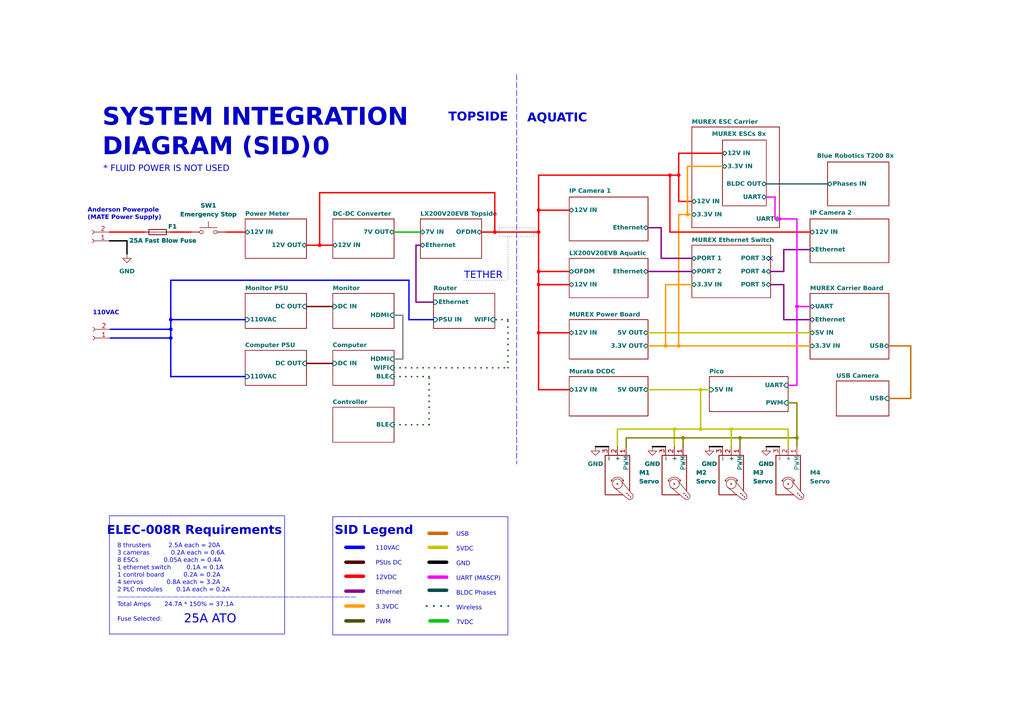
<source format=kicad_sch>
(kicad_sch (version 20240101) (generator "eeschema") (generator_version "8.99")
  (paper "A4")
  (title_block (title "System Integration Diagram") (date "2024-05-11") (rev "V3") (company "MUREX ROBOTICS") (comment 3 "SYSTEM INTEGRATION DIAGRAM (SID)") (comment 4 "MUREX ROV V3"))
  (lib_symbols
    (symbol "Connector:Conn_01x02_Socket" (pin_names (offset 1.016) hide)
      (property "Reference" "J" (at 0 2.54 0))
      (property "Value" "Conn_01x02_Socket" (at 0 -5.08 0))
      (symbol "Conn_01x02_Socket_1_1"
        (arc (start 0 -2.032) (mid -0.5058 -2.54) (end 0 -3.048) (stroke (width 0.1524)))
        (polyline (pts (xy -1.27 -2.54) (xy -0.508 -2.54)) (stroke (width 0.1524)))
        (polyline (pts (xy -1.27 0) (xy -0.508 0)) (stroke (width 0.1524)))
        (arc (start 0 0.508) (mid -0.5058 0) (end 0 -0.508) (stroke (width 0.1524)))
        (pin passive line (at -5.08 0 0) (length 3.81) (name "Pin_1") (number "1"))
        (pin passive line (at -5.08 -2.54 0) (length 3.81) (name "Pin_2") (number "2"))
      )
    )
    (symbol "Device:Fuse" (pin_numbers hide) (pin_names (offset 0))
      (property "Reference" "F" (at 2.032 0 90))
      (property "Value" "Fuse" (at -1.905 0 90))
      (symbol "Fuse_0_1"
        (rectangle (start -0.762 -2.54) (end 0.762 2.54) (stroke (width 0.254)))
        (polyline (pts (xy 0 2.54) (xy 0 -2.54)))
      )
      (symbol "Fuse_1_1"
        (pin passive line (at 0 3.81 270) (length 1.27) (name "~") (number "1"))
        (pin passive line (at 0 -3.81 90) (length 1.27) (name "~") (number "2"))
      )
    )
    (symbol "Motor:Motor_Servo" (pin_names (offset 0.0254))
      (property "Reference" "M" (at -5.08 4.445 0))
      (property "Value" "Motor_Servo" (at -5.08 -4.064 0))
      (symbol "Motor_Servo_0_1"
        (polyline (pts (xy 2.413 -1.778) (xy 2.032 -1.778)))
        (polyline (pts (xy 2.413 -1.778) (xy 2.286 -1.397)))
        (polyline (pts (xy 2.413 1.778) (xy 1.905 1.778)))
        (polyline (pts (xy 2.413 1.778) (xy 2.286 1.397)))
        (polyline (pts (xy 6.35 4.445) (xy 2.54 1.27)))
        (polyline (pts (xy 7.62 3.175) (xy 4.191 -1.016)))
        (polyline (pts (xy 5.08 3.556) (xy -5.08 3.556) (xy -5.08 -3.556) (xy 6.35 -3.556) (xy 6.35 1.524)) (stroke (width 0.254)))
        (arc (start 2.413 1.778) (mid 1.2406 0) (end 2.413 -1.778))
        (circle (center 3.175 0) (radius 0.1778))
        (circle (center 3.175 0) (radius 1.4224))
        (circle (center 5.969 2.794) (radius 0.127))
        (circle (center 6.477 3.302) (radius 0.127))
        (circle (center 6.985 3.81) (radius 0.127))
        (arc (start 7.62 3.175) (mid 7.4485 4.2735) (end 6.35 4.445))
      )
      (symbol "Motor_Servo_1_1"
        (pin passive line (at -7.62 2.54 0) (length 2.54) (name "PWM") (number "1"))
        (pin passive line (at -7.62 0 0) (length 2.54) (name "+") (number "2"))
        (pin passive line (at -7.62 -2.54 0) (length 2.54) (name "-") (number "3"))
      )
    )
    (symbol "Switch:SW_Push" (pin_numbers hide) (pin_names (offset 1.016) hide)
      (property "Reference" "SW" (at 1.27 2.54 0))
      (property "Value" "SW_Push" (at 0 -1.524 0))
      (symbol "SW_Push_0_1"
        (circle (center -2.032 0) (radius 0.508))
        (polyline (pts (xy 0 1.27) (xy 0 3.048)))
        (polyline (pts (xy 2.54 1.27) (xy -2.54 1.27)))
        (circle (center 2.032 0) (radius 0.508))
        (pin passive line (at -5.08 0 0) (length 2.54) (name "1") (number "1"))
        (pin passive line (at 5.08 0 180) (length 2.54) (name "2") (number "2"))
      )
    )
    (symbol "power:GND" (power) (pin_names (offset 0))
      (property "Value" "GND" (at 0 -3.81 0))
      (symbol "GND_0_1"
        (polyline (pts (xy 0 0) (xy 0 -1.27) (xy 1.27 -1.27) (xy 0 -2.54) (xy -1.27 -1.27) (xy 0 -1.27)))
      )
      (symbol "GND_1_1"
        (pin power_in line (at 0 0 270) (length 0) hide (name "GND") (number "1"))
      )
    )
  )
  (junction (at 231.14 127) (color 132 132 0 1))
  (junction (at 156.21 60.96) (color 255 0 0 1))
  (junction (at 198.12 127) (color 132 132 0 1))
  (junction (at 196.85 100.33) (color 255 153 0 1))
  (junction (at 214.63 127) (color 132 132 0 1))
  (junction (at 194.31 50.8) (color 255 0 0 1))
  (junction (at 49.53 92.71) (color 0 0 255 1))
  (junction (at 203.2 124.46) (color 194 194 0 1))
  (junction (at 49.53 98.044) (color 0 0 255 1))
  (junction (at 49.53 95.504) (color 0 0 255 1))
  (junction (at 196.85 50.8) (color 255 0 0 1))
  (junction (at 195.58 124.46) (color 194 194 0 1))
  (junction (at 156.21 82.55) (color 255 0 0 1))
  (junction (at 226.06 63.5) (color 255 0 255 1))
  (junction (at 156.21 67.31) (color 255 0 0 1))
  (junction (at 199.39 62.23) (color 255 153 0 1))
  (junction (at 203.2 113.03) (color 194 194 0 1))
  (junction (at 143.51 67.31) (color 255 0 0 1))
  (junction (at 231.14 88.9) (color 255 0 255 1))
  (junction (at 212.09 124.46) (color 194 194 0 1))
  (junction (at 92.71 71.12) (color 255 0 0 1))
  (junction (at 193.04 100.33) (color 255 153 0 1))
  (junction (at 156.21 78.74) (color 255 0 0 1))
  (junction (at 156.21 96.52) (color 255 0 0 1))
  (no_connect (at 223.52 74.93))
  (wire (pts (xy 165.1 96.52) (xy 156.21 96.52)) (stroke (width 0.4) (color 255 0 0 1)))
  (wire (pts (xy 231.14 127) (xy 214.63 127)) (stroke (width 0.4) (color 132 132 0 1)))
  (wire (pts (xy 195.58 124.46) (xy 203.2 124.46)) (stroke (width 0.4) (color 194 194 0 1)))
  (wire (pts (xy 88.9 88.9) (xy 96.52 88.9)) (stroke (width 0.4) (color 132 0 0 1)))
  (wire (pts (xy 139.7 67.31) (xy 143.51 67.31)) (stroke (width 0.4) (color 255 0 0 1)))
  (wire (pts (xy 191.77 66.04) (xy 191.77 74.93)) (stroke (width 0.4) (color 132 0 132 1)))
  (wire (pts (xy 193.04 100.33) (xy 196.85 100.33)) (stroke (width 0.4) (color 255 153 0 1)))
  (wire (pts (xy 187.96 96.52) (xy 234.95 96.52)) (stroke (width 0.4) (color 194 194 0 1)))
  (wire (pts (xy 264.16 100.33) (xy 264.16 115.57)) (stroke (width 0.4) (color 204 102 0 1)))
  (wire (pts (xy 31.75 67.31) (xy 41.91 67.31)) (stroke (width 0.4) (color 255 0 0 1)))
  (wire (pts (xy 199.39 48.26) (xy 209.55 48.26)) (stroke (width 0.4) (color 255 153 0 1)))
  (wire (pts (xy 156.21 96.52) (xy 156.21 113.03)) (stroke (width 0.4) (color 255 0 0 1)))
  (wire (pts (xy 100.33 180.086) (xy 105.41 180.086)) (stroke (width 1) (color 72 72 0 1)))
  (wire (pts (xy 88.9 71.12) (xy 92.71 71.12)) (stroke (width 0.4) (color 255 0 0 1)))
  (wire (pts (xy 36.83 69.85) (xy 31.75 69.85)) (stroke (width 0.4) (color 0 0 0 1)))
  (wire (pts (xy 121.92 71.12) (xy 120.65 71.12)) (stroke (width 0.4) (color 132 0 132 1)))
  (wire (pts (xy 189.23 129.54) (xy 193.04 129.54)) (stroke (width 0.4) (color 0 0 0 1)))
  (wire (pts (xy 222.25 129.54) (xy 226.06 129.54)) (stroke (width 0.4) (color 0 0 0 1)))
  (wire (pts (xy 156.21 82.55) (xy 156.21 78.74)) (stroke (width 0.4) (color 255 0 0 1)))
  (wire (pts (xy 92.71 71.12) (xy 92.71 55.88)) (stroke (width 0.4) (color 255 0 0 1)))
  (wire (pts (xy 193.04 82.55) (xy 193.04 100.33)) (stroke (width 0.4) (color 255 153 0 1)))
  (wire (pts (xy 187.96 100.33) (xy 193.04 100.33)) (stroke (width 0.4) (color 255 153 0 1)))
  (wire (pts (xy 227.33 82.55) (xy 223.52 82.55)) (stroke (width 0.4) (color 132 0 132 1)))
  (wire (pts (xy 226.06 63.5) (xy 231.14 63.5)) (stroke (width 0.4) (color 255 0 255 1)))
  (wire (pts (xy 195.58 124.46) (xy 195.58 129.54)) (stroke (width 0.4) (color 194 194 0 1)))
  (wire (pts (xy 124.46 167.386) (xy 129.54 167.386)) (stroke (width 1) (color 255 0 255 1)))
  (wire (pts (xy 231.14 116.84) (xy 231.14 127)) (stroke (width 0.4) (color 132 132 0 1)))
  (wire (pts (xy 100.33 175.768) (xy 105.41 175.768)) (stroke (width 1) (color 255 153 0 1)))
  (wire (pts (xy 234.95 92.71) (xy 227.33 92.71)) (stroke (width 0.4) (color 132 0 132 1)))
  (wire (pts (xy 199.39 62.23) (xy 196.85 62.23)) (stroke (width 0.4) (color 255 153 0 1)))
  (wire (pts (xy 214.63 127) (xy 214.63 129.54)) (stroke (width 0.4) (color 132 132 0 1)))
  (wire (pts (xy 231.14 127) (xy 231.14 129.54)) (stroke (width 0.4) (color 132 132 0 1)))
  (wire (pts (xy 147.32 92.71) (xy 143.51 92.71)) (stroke (width 0.4) (type dot) (color 0 72 0 1)))
  (wire (pts (xy 49.53 81.28) (xy 49.53 92.71)) (stroke (width 0.4) (color 0 0 255 1)))
  (wire (pts (xy 198.12 127) (xy 198.12 129.54)) (stroke (width 0.4) (color 132 132 0 1)))
  (wire (pts (xy 231.14 63.5) (xy 231.14 88.9)) (stroke (width 0.4) (color 255 0 255 1)))
  (wire (pts (xy 196.85 44.45) (xy 209.55 44.45)) (stroke (width 0.4) (color 255 0 0 1)))
  (wire (pts (xy 49.53 95.504) (xy 49.53 98.044)) (stroke (width 0.4) (color 0 0 255 1)))
  (wire (pts (xy 100.33 158.75) (xy 105.41 158.75)) (stroke (width 1) (color 0 0 255 1)))
  (wire (pts (xy 118.618 92.71) (xy 118.618 81.28)) (stroke (width 0.4) (color 0 0 255 1)))
  (wire (pts (xy 212.09 129.54) (xy 212.09 124.46)) (stroke (width 0.4) (color 194 194 0 1)))
  (wire (pts (xy 187.96 66.04) (xy 191.77 66.04)) (stroke (width 0.4) (color 132 0 132 1)))
  (wire (pts (xy 187.96 78.74) (xy 200.66 78.74)) (stroke (width 0.4) (color 132 0 132 1)))
  (wire (pts (xy 156.21 82.55) (xy 165.1 82.55)) (stroke (width 0.4) (color 255 0 0 1)))
  (wire (pts (xy 49.53 95.504) (xy 32.004 95.504)) (stroke (width 0.4) (color 0 0 255 1)))
  (wire (pts (xy 198.12 127) (xy 181.61 127)) (stroke (width 0.4) (color 132 132 0 1)))
  (wire (pts (xy 196.85 50.8) (xy 196.85 58.42)) (stroke (width 0.4) (color 255 0 0 1)))
  (wire (pts (xy 200.66 82.55) (xy 193.04 82.55)) (stroke (width 0.4) (color 255 153 0 1)))
  (wire (pts (xy 234.95 72.39) (xy 227.33 72.39)) (stroke (width 0.4) (color 132 0 132 1)))
  (wire (pts (xy 257.81 100.33) (xy 264.16 100.33)) (stroke (width 0.4) (color 204 102 0 1)))
  (wire (pts (xy 196.85 58.42) (xy 200.66 58.42)) (stroke (width 0.4) (color 255 0 0 1)))
  (wire (pts (xy 195.58 124.46) (xy 179.07 124.46)) (stroke (width 0.4) (color 194 194 0 1)))
  (wire (pts (xy 231.14 88.9) (xy 234.95 88.9)) (stroke (width 0.4) (color 255 0 255 1)))
  (wire (pts (xy 120.65 87.63) (xy 125.73 87.63)) (stroke (width 0.4) (color 132 0 132 1)))
  (wire (pts (xy 123.698 175.768) (xy 130.048 175.768)) (stroke (width 0.5) (type dot) (color 0 72 72 1)))
  (wire (pts (xy 187.96 113.03) (xy 203.2 113.03)) (stroke (width 0.4) (color 194 194 0 1)))
  (wire (pts (xy 199.39 62.23) (xy 200.66 62.23)) (stroke (width 0.4) (color 255 153 0 1)))
  (wire (pts (xy 92.71 71.12) (xy 96.52 71.12)) (stroke (width 0.4) (color 255 0 0 1)))
  (wire (pts (xy 222.25 57.15) (xy 224.79 57.15)) (stroke (width 0.4) (color 255 0 255 1)))
  (wire (pts (xy 196.85 100.33) (xy 234.95 100.33)) (stroke (width 0.4) (color 255 153 0 1)))
  (wire (pts (xy 156.21 67.31) (xy 156.21 78.74)) (stroke (width 0.4) (color 255 0 0 1)))
  (wire (pts (xy 181.61 127) (xy 181.61 129.54)) (stroke (width 0.4) (color 132 132 0 1)))
  (wire (pts (xy 124.46 171.196) (xy 129.54 171.196)) (stroke (width 1) (color 0 72 72 1)))
  (wire (pts (xy 172.72 129.54) (xy 176.53 129.54)) (stroke (width 0.4) (color 0 0 0 1)))
  (wire (pts (xy 49.53 98.044) (xy 49.53 109.22)) (stroke (width 0.4) (color 0 0 255 1)))
  (wire (pts (xy 224.79 57.15) (xy 224.79 63.5)) (stroke (width 0.4) (color 255 0 255 1)))
  (wire (pts (xy 118.618 81.28) (xy 49.53 81.28)) (stroke (width 0.4) (color 0 0 255 1)))
  (wire (pts (xy 196.85 44.45) (xy 196.85 50.8)) (stroke (width 0.4) (color 255 0 0 1)))
  (wire (pts (xy 124.46 163.068) (xy 129.54 163.068)) (stroke (width 1) (color 0 0 0 1)))
  (wire (pts (xy 120.65 71.12) (xy 120.65 87.63)) (stroke (width 0.4) (color 132 0 132 1)))
  (wire (pts (xy 143.51 55.88) (xy 143.51 67.31)) (stroke (width 0.4) (color 255 0 0 1)))
  (wire (pts (xy 191.77 74.93) (xy 200.66 74.93)) (stroke (width 0.4) (color 132 0 132 1)))
  (wire (pts (xy 116.84 104.14) (xy 114.3 104.14)) (stroke (width 0.4) (color 132 132 132 1)))
  (wire (pts (xy 228.6 111.76) (xy 231.14 111.76)) (stroke (width 0.4) (color 255 0 255 1)))
  (wire (pts (xy 227.33 92.71) (xy 227.33 82.55)) (stroke (width 0.4) (color 132 0 132 1)))
  (wire (pts (xy 194.31 50.8) (xy 196.85 50.8)) (stroke (width 0.4) (color 255 0 0 1)))
  (wire (pts (xy 212.09 124.46) (xy 228.6 124.46)) (stroke (width 0.4) (color 194 194 0 1)))
  (wire (pts (xy 199.39 48.26) (xy 199.39 62.23)) (stroke (width 0.4) (color 255 153 0 1)))
  (wire (pts (xy 116.84 91.44) (xy 116.84 104.14)) (stroke (width 0.4) (color 132 132 132 1)))
  (wire (pts (xy 194.31 67.31) (xy 194.31 50.8)) (stroke (width 0.4) (color 255 0 0 1)))
  (wire (pts (xy 100.33 167.132) (xy 105.41 167.132)) (stroke (width 1) (color 255 0 0 1)))
  (polyline (pts (xy 134.62 81.28) (xy 147.32 81.28)) (stroke (width 0) (type dot)))
  (wire (pts (xy 114.3 106.68) (xy 147.32 106.68)) (stroke (width 0.4) (type dot) (color 0 72 0 1)))
  (wire (pts (xy 36.83 69.85) (xy 36.83 73.66)) (stroke (width 0.4) (color 0 0 0 1)))
  (wire (pts (xy 65.532 67.31) (xy 71.12 67.31)) (stroke (width 0.4) (color 255 0 0 1)))
  (wire (pts (xy 114.3 91.44) (xy 116.84 91.44)) (stroke (width 0.4) (color 132 132 132 1)))
  (bus (pts (xy 222.25 53.34) (xy 240.03 53.34)) (stroke (width 0) (color 0 72 72 1)))
  (wire (pts (xy 156.21 113.03) (xy 165.1 113.03)) (stroke (width 0.4) (color 255 0 0 1)))
  (wire (pts (xy 196.85 62.23) (xy 196.85 100.33)) (stroke (width 0.4) (color 255 153 0 1)))
  (wire (pts (xy 156.21 78.74) (xy 165.1 78.74)) (stroke (width 0.4) (color 255 0 0 1)))
  (wire (pts (xy 49.53 92.71) (xy 71.12 92.71)) (stroke (width 0.4) (color 0 0 255 1)))
  (wire (pts (xy 100.33 163.068) (xy 105.41 163.068)) (stroke (width 1) (color 72 0 0 1)))
  (wire (pts (xy 228.6 124.46) (xy 228.6 129.54)) (stroke (width 0.4) (color 194 194 0 1)))
  (wire (pts (xy 156.21 96.52) (xy 156.21 82.55)) (stroke (width 0.4) (color 255 0 0 1)))
  (wire (pts (xy 156.21 60.96) (xy 165.1 60.96)) (stroke (width 0.4) (color 255 0 0 1)))
  (wire (pts (xy 231.14 111.76) (xy 231.14 88.9)) (stroke (width 0.4) (color 255 0 255 1)))
  (wire (pts (xy 224.79 63.5) (xy 226.06 63.5)) (stroke (width 0.4) (color 255 0 255 1)))
  (wire (pts (xy 49.53 67.31) (xy 55.372 67.31)) (stroke (width 0.4) (color 255 0 0 1)))
  (wire (pts (xy 114.3 123.19) (xy 124.46 123.19)) (stroke (width 0.4) (type dot) (color 0 72 0 1)))
  (wire (pts (xy 179.07 124.46) (xy 179.07 129.54)) (stroke (width 0.4) (color 194 194 0 1)))
  (wire (pts (xy 143.51 67.31) (xy 156.21 67.31)) (stroke (width 0.4) (color 255 0 0 1)))
  (polyline (pts (xy 149.86 21.59) (xy 149.86 134.62)) (stroke (width 0) (type dash)))
  (wire (pts (xy 114.3 67.31) (xy 121.92 67.31)) (stroke (width 0.4) (color 0 194 0 1)))
  (wire (pts (xy 125.73 92.71) (xy 118.618 92.71)) (stroke (width 0.4) (color 0 0 255 1)))
  (wire (pts (xy 228.6 116.84) (xy 231.14 116.84)) (stroke (width 0.4) (color 132 132 0 1)))
  (wire (pts (xy 227.33 72.39) (xy 227.33 78.74)) (stroke (width 0.4) (color 132 0 132 1)))
  (wire (pts (xy 156.21 50.8) (xy 194.31 50.8)) (stroke (width 0.4) (color 255 0 0 1)))
  (wire (pts (xy 49.53 98.044) (xy 32.004 98.044)) (stroke (width 0.4) (color 0 0 255 1)))
  (wire (pts (xy 234.95 67.31) (xy 194.31 67.31)) (stroke (width 0.4) (color 255 0 0 1)))
  (wire (pts (xy 156.21 60.96) (xy 156.21 50.8)) (stroke (width 0.4) (color 255 0 0 1)))
  (polyline (pts (xy 147.32 68.58) (xy 147.32 81.28)) (stroke (width 0) (type dot)))
  (wire (pts (xy 156.21 67.31) (xy 156.21 60.96)) (stroke (width 0.4) (color 255 0 0 1)))
  (wire (pts (xy 124.46 154.686) (xy 129.54 154.686)) (stroke (width 1) (color 204 102 0 1)))
  (wire (pts (xy 214.63 127) (xy 198.12 127)) (stroke (width 0.4) (color 132 132 0 1)))
  (wire (pts (xy 124.46 123.19) (xy 124.46 109.22)) (stroke (width 0.4) (type dot) (color 0 72 0 1)))
  (wire (pts (xy 205.74 129.54) (xy 209.55 129.54)) (stroke (width 0.4) (color 0 0 0 1)))
  (wire (pts (xy 100.33 171.45) (xy 105.41 171.45)) (stroke (width 1) (color 132 0 132 1)))
  (wire (pts (xy 264.16 115.57) (xy 257.81 115.57)) (stroke (width 0.4) (color 204 102 0 1)))
  (wire (pts (xy 88.9 105.41) (xy 96.52 105.41)) (stroke (width 0.4) (color 132 0 0 1)))
  (wire (pts (xy 49.53 109.22) (xy 71.12 109.22)) (stroke (width 0.4) (color 0 0 255 1)))
  (wire (pts (xy 49.53 95.504) (xy 49.53 92.71)) (stroke (width 0.4) (color 0 0 255 1)))
  (wire (pts (xy 203.2 124.46) (xy 212.09 124.46)) (stroke (width 0.4) (color 194 194 0 1)))
  (wire (pts (xy 227.33 78.74) (xy 223.52 78.74)) (stroke (width 0.4) (color 132 0 132 1)))
  (wire (pts (xy 147.32 106.68) (xy 147.32 92.71)) (stroke (width 0.4) (type dot) (color 0 72 0 1)))
  (wire (pts (xy 92.71 55.88) (xy 143.51 55.88)) (stroke (width 0.4) (color 255 0 0 1)))
  (wire (pts (xy 124.46 109.22) (xy 114.3 109.22)) (stroke (width 0.4) (type dot) (color 0 72 0 1)))
  (wire (pts (xy 124.46 158.75) (xy 129.54 158.75)) (stroke (width 1) (color 194 194 0 1)))
  (wire (pts (xy 124.714 180.086) (xy 129.794 180.086)) (stroke (width 1) (color 0 194 0 1)))
  (wire (pts (xy 203.2 113.03) (xy 205.74 113.03)) (stroke (width 0.4) (color 194 194 0 1)))
  (wire (pts (xy 203.2 113.03) (xy 203.2 124.46)) (stroke (width 0.4) (color 194 194 0 1)))
  (rectangle (start 144.78 66.04) (end 154.94 68.58) (stroke (width 0) (type dot)))
  (rectangle (start 96.52 149.86) (end 147.32 184.15))
  (rectangle (start 31.75 149.606) (end 82.55 183.896))
  (text "Anderson Powerpole \n(MATE Power Supply)" (at 25.4 62.484 0) (effects (font (size 1.27 1.27) (thickness 0.254) (bold yes)) (justify left)))
  (text "110VAC" (at 26.924 91.186 0) (effects (font (size 1.27 1.27) (thickness 0.254) (bold yes)) (justify left)))
  (text "0" (at 90.678 44.196 0) (effects (font (size 5.08 5.08) (thickness 1.016) (bold yes)) (justify left)))
  (text "ELEC-008R Requirements" (at 56.388 154.686 0) (effects (font (size 2.54 2.54) (thickness 0.508) (bold yes) (italic yes))))
  (text "TOPSIDE" (at 130.048 34.798 0) (effects (font (size 2.54 2.54) (thickness 1.016) (bold yes)) (justify left)))
  (text "8 thrusters         2.5A each = 20A\n3 cameras           0.2A each = 0.6A\n8 ESCs             0.05A each = 0.4A\n1 ethernet switch        0.1A = 0.1A\n1 control board          0.2A = 0.2A\n4 servos            0.8A each = 3.2A\n2 PLC modules       0.1A each = 0.2A\n———————————————————————————————————————\nTotal Amps       24.7A * 150% = 37.1A\n\nFuse Selected:" (at 34.036 169.418 0) (effects (font (size 1.27 1.27)) (justify left)))
  (text "25A ATO" (at 53.34 180.34 0) (effects (font (size 2.54 2.54)) (justify left)))
  (text "* FLUID POWER IS NOT USED" (at 29.972 49.53 0) (effects (font (size 1.8 1.8) (thickness 0.225)) (justify left)))
  (text "TETHER" (at 145.796 80.518 0) (effects (font (size 2.032 2.032) (thickness 0.254)) (justify right)))
  (text "USB\n\n5VDC\n\nGND\n\nUART (MASCP)\n\nBLDC Phases\n\nWireless\n\n7VDC" (at 132.334 154.686 0) (effects (font (size 1.27 1.27) (thickness 0.1588) (italic yes)) (justify left top)))
  (text "SID Legend" (at 108.458 154.686 0) (effects (font (size 2.54 2.54) (thickness 0.508) (bold yes) (italic yes))))
  (text "SYSTEM INTEGRATION\nDIAGRAM (SID)" (at 29.718 39.878 0) (effects (font (size 5.08 5.08) (thickness 1.016) (bold yes)) (justify left)))
  (text "AQUATIC" (at 152.908 35.052 0) (effects (font (size 2.54 2.54) (thickness 1.016) (bold yes)) (justify left)))
  (text "110VAC\n\nPSUs DC\n\n12VDC\n\nEthernet\n\n3.3VDC\n\nPWM\n\n" (at 108.966 158.75 0) (effects (font (size 1.27 1.27) (thickness 0.1588) (italic yes)) (justify left top)))
  (symbol (lib_id "Motor:Motor_Servo") (at 228.6 137.16 270) (unit 1)
    (property "Reference" "M4" (at 234.95 137.1488 90) (effects (font (thickness 0.254) (bold yes)) (justify left)))
    (property "Value" "Servo" (at 234.95 139.6888 90) (effects (font (thickness 0.254) (bold yes)) (justify left)))
    (property "Datasheet" "http://forums.parallax.com/uploads/attachments/46831/74481.png" (effects (hide yes)))
    (property "Description" "Servo Motor (Futaba, HiTec, JR connector)" (effects (hide yes)))
  )
  (symbol (lib_id "Motor:Motor_Servo") (at 212.09 137.16 270) (unit 1)
    (property "Reference" "M3" (at 218.44 137.1488 90) (effects (font (thickness 0.254) (bold yes)) (justify left)))
    (property "Value" "Servo" (at 218.44 139.6888 90) (effects (font (thickness 0.254) (bold yes)) (justify left)))
    (property "Datasheet" "http://forums.parallax.com/uploads/attachments/46831/74481.png" (effects (hide yes)))
    (property "Description" "Servo Motor (Futaba, HiTec, JR connector)" (effects (hide yes)))
  )
  (symbol (lib_id "Connector:Conn_01x02_Socket") (at 26.924 98.044 180) (unit 1)
    (property "Reference" "J2" (effects (hide yes)))
    (property "Value" "110V AC" (effects (hide yes)))
    (property "Description" "Generic connector, single row, 01x02, script generated" (effects (hide yes)))
  )
  (symbol (lib_id "Motor:Motor_Servo") (at 179.07 137.16 270) (unit 1)
    (property "Reference" "M1" (at 185.42 137.1488 90) (effects (font (thickness 0.254) (bold yes)) (justify left)))
    (property "Value" "Servo" (at 185.42 139.6888 90) (effects (font (thickness 0.254) (bold yes)) (justify left)))
    (property "Datasheet" "http://forums.parallax.com/uploads/attachments/46831/74481.png" (effects (hide yes)))
    (property "Description" "Servo Motor (Futaba, HiTec, JR connector)" (effects (hide yes)))
  )
  (symbol (lib_id "Connector:Conn_01x02_Socket") (at 26.67 69.85 180) (unit 1)
    (property "Reference" "J1" (effects (hide yes)))
    (property "Value" "Anderson Powerpole (MATE Power Supply)" (effects (hide yes)))
    (property "Description" "Generic connector, single row, 01x02, script generated" (effects (hide yes)))
  )
  (symbol (lib_id "power:GND") (at 189.23 129.54 0) (unit 1)
    (property "Reference" "#PWR03" (effects (hide yes)))
    (property "Value" "GND" (at 189.23 134.62 0) (effects (font (thickness 0.254) (bold yes))))
    (property "Description" "Power symbol creates a global label with name \"GND\" , ground" (effects (hide yes)))
  )
  (symbol (lib_id "Motor:Motor_Servo") (at 195.58 137.16 270) (unit 1)
    (property "Reference" "M2" (at 201.93 137.1488 90) (effects (font (thickness 0.254) (bold yes)) (justify left)))
    (property "Value" "Servo" (at 201.93 139.6888 90) (effects (font (thickness 0.254) (bold yes)) (justify left)))
    (property "Datasheet" "http://forums.parallax.com/uploads/attachments/46831/74481.png" (effects (hide yes)))
    (property "Description" "Servo Motor (Futaba, HiTec, JR connector)" (effects (hide yes)))
  )
  (symbol (lib_id "Switch:SW_Push") (at 60.452 67.31 0) (unit 1)
    (property "Reference" "SW1" (at 60.452 59.69 0) (effects (font (thickness 0.254) (bold yes))))
    (property "Value" "Emergency Stop" (at 60.452 62.23 0) (effects (font (thickness 0.254) (bold yes))))
    (property "Description" "Push button switch, generic, two pins" (effects (hide yes)))
  )
  (symbol (lib_id "power:GND") (at 222.25 129.54 0) (unit 1)
    (property "Reference" "#PWR05" (effects (hide yes)))
    (property "Value" "GND" (at 222.25 134.62 0) (effects (font (thickness 0.254) (bold yes))))
    (property "Description" "Power symbol creates a global label with name \"GND\" , ground" (effects (hide yes)))
  )
  (symbol (lib_id "Device:Fuse") (at 45.72 67.31 90) (unit 1)
    (property "Reference" "F1" (at 50.038 65.786 90) (effects (font (thickness 0.254) (bold yes))))
    (property "Value" "25A Fast Blow Fuse" (at 47.244 69.85 90) (effects (font (thickness 0.254) (bold yes))))
    (property "Description" "Fuse" (effects (hide yes)))
  )
  (symbol (lib_id "power:GND") (at 205.74 129.54 0) (unit 1)
    (property "Reference" "#PWR04" (effects (hide yes)))
    (property "Value" "GND" (at 205.74 134.62 0) (effects (font (thickness 0.254) (bold yes))))
    (property "Description" "Power symbol creates a global label with name \"GND\" , ground" (effects (hide yes)))
  )
  (symbol (lib_id "power:GND") (at 36.83 73.66 0) (unit 1)
    (property "Reference" "#PWR01" (effects (hide yes)))
    (property "Value" "GND" (at 36.83 78.74 0) (effects (font (thickness 0.254) (bold yes))))
    (property "Description" "Power symbol creates a global label with name \"GND\" , ground" (effects (hide yes)))
  )
  (symbol (lib_id "power:GND") (at 172.72 129.54 0) (unit 1)
    (property "Reference" "#PWR02" (effects (hide yes)))
    (property "Value" "GND" (at 172.72 134.62 0) (effects (font (thickness 0.254) (bold yes))))
    (property "Description" "Power symbol creates a global label with name \"GND\" , ground" (effects (hide yes)))
  )
  (sheet (at 200.66 36.83) (size 25.4 29.21) (stroke (width 0.1524))
    (property "Sheetname" "MUREX ESC Carrier" (at 200.66 36.1184 0) (effects (font (thickness 0.254) (bold yes)) (justify left bottom)))
    (property "Sheetfile" "esc_carrier.kicad_sch" (effects (hide yes)))
    (pin "UART" bidirectional (at 226.06 63.5 0) (effects (font (thickness 0.254) (bold yes))))
    (pin "12V IN" bidirectional (at 200.66 58.42 180) (effects (font (thickness 0.254) (bold yes))))
    (pin "3.3V IN" bidirectional (at 200.66 62.23 180) (effects (font (thickness 0.254) (bold yes))))
  )
  (sheet (at 165.1 57.15) (size 22.86 12.7) (stroke (width 0.1524))
    (property "Sheetname" "IP Camera 1" (at 165.1 56.134 0) (effects (font (thickness 0.254) (bold yes)) (justify left bottom)))
    (property "Sheetfile" "ip_camera.kicad_sch" (effects (hide yes)))
    (pin "12V IN" bidirectional (at 165.1 60.96 180) (effects (font (thickness 0.254) (bold yes))))
    (pin "Ethernet" bidirectional (at 187.96 66.04 0) (effects (font (thickness 0.254) (bold yes))))
  )
  (sheet (at 209.55 40.64) (size 12.7 19.05) (stroke (width 0.1524))
    (property "Sheetname" "MUREX ESCs 8x" (at 206.502 39.624 0) (effects (font (thickness 0.254) (bold yes)) (justify left bottom)))
    (property "Sheetfile" "escs.kicad_sch" (effects (hide yes)))
    (pin "UART" bidirectional (at 222.25 57.15 0) (effects (font (thickness 0.254) (bold yes))))
    (pin "12V IN" bidirectional (at 209.55 44.45 180) (effects (font (thickness 0.254) (bold yes))))
    (pin "3.3V IN" bidirectional (at 209.55 48.26 180) (effects (font (thickness 0.254) (bold yes))))
    (pin "BLDC OUT" bidirectional (at 222.25 53.34 0) (effects (font (thickness 0.254) (bold yes))))
  )
  (sheet (at 96.52 101.6) (size 17.78 10.16) (stroke (width 0.1524))
    (property "Sheetname" "Computer" (at 96.52 100.8884 0) (effects (font (thickness 0.254) (bold yes)) (justify left bottom)))
    (property "Sheetfile" "computer.kicad_sch" (effects (hide yes)))
    (pin "DC IN" input (at 96.52 105.41 180) (effects (font (thickness 0.254) (bold yes))))
    (pin "BLE" input (at 114.3 109.22 0) (effects (font (thickness 0.254) (bold yes))))
    (pin "HDMI" input (at 114.3 104.14 0) (effects (font (thickness 0.254) (bold yes))))
    (pin "WIFI" input (at 114.3 106.68 0) (effects (font (thickness 0.254) (bold yes))))
  )
  (sheet (at 242.57 110.49) (size 15.24 10.16) (stroke (width 0.1524))
    (property "Sheetname" "USB Camera" (at 242.57 109.7784 0) (effects (font (thickness 0.254) (bold yes)) (justify left bottom)))
    (property "Sheetfile" "usb_camera.kicad_sch" (effects (hide yes)))
    (pin "USB" input (at 257.81 115.57 0) (effects (font (thickness 0.254) (bold yes))))
  )
  (sheet (at 71.12 101.6) (size 17.78 10.16) (stroke (width 0.1524))
    (property "Sheetname" "Computer PSU" (at 71.12 100.8884 0) (effects (font (thickness 0.254) (bold yes)) (justify left bottom)))
    (property "Sheetfile" "computer_psu.kicad_sch" (effects (hide yes)))
    (pin "110VAC" input (at 71.12 109.22 180) (effects (font (thickness 0.254) (bold yes))))
    (pin "DC OUT" input (at 88.9 105.41 0) (effects (font (thickness 0.254) (bold yes))))
  )
  (sheet (at 165.1 109.22) (size 22.86 11.43) (stroke (width 0.1524))
    (property "Sheetname" "Murata DCDC" (at 165.1 108.5084 0) (effects (font (thickness 0.254) (bold yes)) (justify left bottom)))
    (property "Sheetfile" "power_board.kicad_sch" (effects (hide yes)))
    (pin "5V OUT" bidirectional (at 187.96 113.03 0) (effects (font (thickness 0.254) (bold yes))))
    (pin "12V IN" bidirectional (at 165.1 113.03 180) (effects (font (thickness 0.254) (bold yes))))
  )
  (sheet (at 71.12 85.09) (size 17.78 10.16) (stroke (width 0.1524))
    (property "Sheetname" "Monitor PSU" (at 71.12 84.3784 0) (effects (font (thickness 0.254) (bold yes)) (justify left bottom)))
    (property "Sheetfile" "monitor_psu.kicad_sch" (effects (hide yes)))
    (pin "110VAC" input (at 71.12 92.71 180) (effects (font (thickness 0.254) (bold yes))))
    (pin "DC OUT" input (at 88.9 88.9 0) (effects (font (thickness 0.254) (bold yes))))
  )
  (sheet (at 205.74 109.22) (size 22.86 10.16) (stroke (width 0.1524))
    (property "Sheetname" "Pico" (at 205.74 108.5084 0) (effects (font (thickness 0.254) (bold yes)) (justify left bottom)))
    (property "Sheetfile" "mascp_pico.kicad_sch" (effects (hide yes)))
    (pin "5V IN" input (at 205.74 113.03 180) (effects (font (thickness 0.254) (bold yes))))
    (pin "PWM" input (at 228.6 116.84 0) (effects (font (thickness 0.254) (bold yes))))
    (pin "UART" input (at 228.6 111.76 0) (effects (font (thickness 0.254) (bold yes))))
  )
  (sheet (at 234.95 63.5) (size 22.86 12.7) (stroke (width 0.1524))
    (property "Sheetname" "IP Camera 2" (at 234.95 62.484 0) (effects (font (thickness 0.254) (bold yes)) (justify left bottom)))
    (property "Sheetfile" "ip_camera.kicad_sch" (effects (hide yes)))
    (pin "12V IN" bidirectional (at 234.95 67.31 180) (effects (font (thickness 0.254) (bold yes))))
    (pin "Ethernet" bidirectional (at 234.95 72.39 180) (effects (font (thickness 0.254) (bold yes))))
  )
  (sheet (at 200.66 71.12) (size 22.86 15.24) (stroke (width 0.1524))
    (property "Sheetname" "MUREX Ethernet Switch" (at 200.66 70.4084 0) (effects (font (thickness 0.254) (bold yes)) (justify left bottom)))
    (property "Sheetfile" "ethernet_switch.kicad_sch" (effects (hide yes)))
    (pin "3.3V IN" bidirectional (at 200.66 82.55 180) (effects (font (thickness 0.254) (bold yes))))
    (pin "PORT 1" bidirectional (at 200.66 74.93 180) (effects (font (thickness 0.254) (bold yes))))
    (pin "PORT 2" bidirectional (at 200.66 78.74 180) (effects (font (thickness 0.254) (bold yes))))
    (pin "PORT 5" bidirectional (at 223.52 82.55 0) (effects (font (thickness 0.254) (bold yes))))
    (pin "PORT 3" bidirectional (at 223.52 74.93 0) (effects (font (thickness 0.254) (bold yes))))
    (pin "PORT 4" bidirectional (at 223.52 78.74 0) (effects (font (thickness 0.254) (bold yes))))
  )
  (sheet (at 240.03 46.99) (size 17.78 12.7) (stroke (width 0.1524))
    (property "Sheetname" "Blue Robotics T200 8x" (at 236.982 45.974 0) (effects (font (thickness 0.254) (bold yes)) (justify left bottom)))
    (property "Sheetfile" "t200s.kicad_sch" (effects (hide yes)))
    (pin "Phases IN" bidirectional (at 240.03 53.34 180) (effects (font (thickness 0.254) (bold yes))))
  )
  (sheet (at 96.52 118.11) (size 17.78 10.16) (stroke (width 0.1524))
    (property "Sheetname" "Controller" (at 96.52 117.3984 0) (effects (font (thickness 0.254) (bold yes)) (justify left bottom)))
    (property "Sheetfile" "controller.kicad_sch" (effects (hide yes)))
    (pin "BLE" input (at 114.3 123.19 0) (effects (font (thickness 0.254) (bold yes))))
  )
  (sheet (at 165.1 92.71) (size 22.86 11.43) (stroke (width 0.1524))
    (property "Sheetname" "MUREX Power Board" (at 165.1 91.9984 0) (effects (font (thickness 0.254) (bold yes)) (justify left bottom)))
    (property "Sheetfile" "power_board.kicad_sch" (effects (hide yes)))
    (pin "5V OUT" bidirectional (at 187.96 96.52 0) (effects (font (thickness 0.254) (bold yes))))
    (pin "12V IN" bidirectional (at 165.1 96.52 180) (effects (font (thickness 0.254) (bold yes))))
    (pin "3.3V OUT" bidirectional (at 187.96 100.33 0) (effects (font (thickness 0.254) (bold yes))))
  )
  (sheet (at 234.95 85.09) (size 22.86 19.05) (stroke (width 0.1524))
    (property "Sheetname" "MUREX Carrier Board" (at 234.95 84.3784 0) (effects (font (thickness 0.254) (bold yes)) (justify left bottom)))
    (property "Sheetfile" "carrier_board.kicad_sch" (effects (hide yes)))
    (pin "3.3V IN" bidirectional (at 234.95 100.33 180) (effects (font (thickness 0.254) (bold yes))))
    (pin "Ethernet" bidirectional (at 234.95 92.71 180) (effects (font (thickness 0.254) (bold yes))))
    (pin "5V IN" bidirectional (at 234.95 96.52 180) (effects (font (thickness 0.254) (bold yes))))
    (pin "UART" bidirectional (at 234.95 88.9 180) (effects (font (thickness 0.254) (bold yes))))
    (pin "USB" bidirectional (at 257.81 100.33 0) (effects (font (thickness 0.254) (bold yes))))
  )
  (sheet (at 96.52 85.09) (size 17.78 10.16) (stroke (width 0.1524))
    (property "Sheetname" "Monitor" (at 96.52 84.3784 0) (effects (font (thickness 0.254) (bold yes)) (justify left bottom)))
    (property "Sheetfile" "monitor.kicad_sch" (effects (hide yes)))
    (pin "DC IN" input (at 96.52 88.9 180) (effects (font (thickness 0.254) (bold yes))))
    (pin "HDMI" input (at 114.3 91.44 0) (effects (font (thickness 0.254) (bold yes))))
  )
  (sheet (at 96.52 63.5) (size 17.78 11.43) (stroke (width 0.1524))
    (property "Sheetname" "DC-DC Converter" (at 96.52 62.7884 0) (effects (font (thickness 0.254) (bold yes)) (justify left bottom)))
    (property "Sheetfile" "dcdc_converter.kicad_sch" (effects (hide yes)))
    (pin "12V IN" bidirectional (at 96.52 71.12 180) (effects (font (thickness 0.254) (bold yes))))
    (pin "7V OUT" bidirectional (at 114.3 67.31 0) (effects (font (thickness 0.254) (bold yes))))
  )
  (sheet (at 125.73 85.09) (size 17.78 10.16) (stroke (width 0.1524))
    (property "Sheetname" "Router" (at 125.73 84.3784 0) (effects (font (thickness 0.254) (bold yes)) (justify left bottom)))
    (property "Sheetfile" "router.kicad_sch" (effects (hide yes)))
    (pin "Ethernet" input (at 125.73 87.63 180) (effects (font (thickness 0.254) (bold yes))))
    (pin "WIFI" input (at 143.51 92.71 0) (effects (font (thickness 0.254) (bold yes))))
    (pin "PSU IN" input (at 125.73 92.71 180) (effects (font (thickness 0.254) (bold yes))))
  )
  (sheet (at 165.1 74.93) (size 22.86 11.43) (stroke (width 0.1524))
    (property "Sheetname" "LX200V20EVB Aquatic" (at 165.1 74.2184 0) (effects (font (thickness 0.254) (bold yes)) (justify left bottom)))
    (property "Sheetfile" "lx200v20evb_aquatic.kicad_sch" (effects (hide yes)))
    (pin "OFDM" bidirectional (at 165.1 78.74 180) (effects (font (thickness 0.254) (bold yes))))
    (pin "Ethernet" bidirectional (at 187.96 78.74 0) (effects (font (thickness 0.254) (bold yes))))
    (pin "12V IN" bidirectional (at 165.1 82.55 180) (effects (font (thickness 0.254) (bold yes))))
  )
  (sheet (at 121.92 63.5) (size 17.78 11.43) (stroke (width 0.1524))
    (property "Sheetname" "LX200V20EVB Topside" (at 121.92 62.7884 0) (effects (font (thickness 0.254) (bold yes)) (justify left bottom)))
    (property "Sheetfile" "lx200v20evb_topside.kicad_sch" (effects (hide yes)))
    (pin "7V IN" bidirectional (at 121.92 67.31 180) (effects (font (thickness 0.254) (bold yes))))
    (pin "Ethernet" bidirectional (at 121.92 71.12 180) (effects (font (thickness 0.254) (bold yes))))
    (pin "OFDM" bidirectional (at 139.7 67.31 0) (effects (font (thickness 0.254) (bold yes))))
  )
  (sheet (at 71.12 63.5) (size 17.78 11.43) (stroke (width 0.1524))
    (property "Sheetname" "Power Meter" (at 71.12 62.7884 0) (effects (font (thickness 0.254) (bold yes)) (justify left bottom)))
    (property "Sheetfile" "power_meter.kicad_sch" (effects (hide yes)))
    (pin "12V IN" bidirectional (at 71.12 67.31 180) (effects (font (thickness 0.254) (bold yes))))
    (pin "12V OUT" bidirectional (at 88.9 71.12 0) (effects (font (thickness 0.254) (bold yes))))
  )
)
</source>
